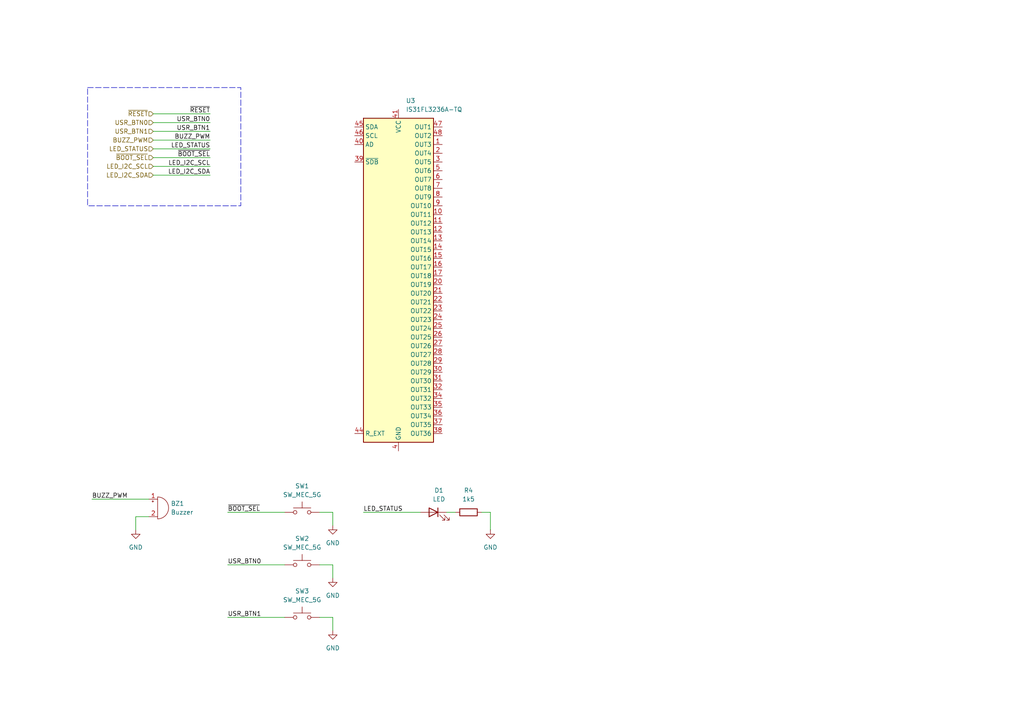
<source format=kicad_sch>
(kicad_sch (version 20250114) (generator "eeschema") (generator_version "9.0")
  (paper "A4")
  (title_block (title "BOKAKA") (date "2025-12-09") (rev "v1.0") (company "DIVA Engineering"))
  (lib_symbols
    (symbol "Device:Buzzer" (pin_names (offset 0.0254) (hide yes))
      (property "Reference" "BZ" (at 3.81 1.27 0))
      (property "Value" "Buzzer" (at 3.81 -1.27 0))
      (symbol "Buzzer_0_1"
        (polyline (pts (xy -1.651 1.905) (xy -1.143 1.905)))
        (polyline (pts (xy -1.397 2.159) (xy -1.397 1.651)))
        (arc (start 0 3.175) (mid 3.1612 0) (end 0 -3.175))
        (polyline (pts (xy 0 3.175) (xy 0 -3.175)))
      )
      (symbol "Buzzer_1_1"
        (pin passive line (at -2.54 2.54 0) (length 2.54) (name "+") (number "1"))
        (pin passive line (at -2.54 -2.54 0) (length 2.54) (name "-") (number "2"))
      )
    )
    (symbol "Device:LED" (pin_numbers (hide yes)) (pin_names (offset 1.016) (hide yes))
      (property "Reference" "D" (at 0 2.54 0))
      (property "Value" "LED" (at 0 -2.54 0))
      (symbol "LED_0_1"
        (polyline (pts (xy -3.048 -0.762) (xy -4.572 -2.286) (xy -3.81 -2.286) (xy -4.572 -2.286) (xy -4.572 -1.524)))
        (polyline (pts (xy -1.778 -0.762) (xy -3.302 -2.286) (xy -2.54 -2.286) (xy -3.302 -2.286) (xy -3.302 -1.524)))
        (polyline (pts (xy -1.27 0) (xy 1.27 0)))
        (polyline (pts (xy -1.27 -1.27) (xy -1.27 1.27)) (stroke (width 0.254)))
        (polyline (pts (xy 1.27 -1.27) (xy 1.27 1.27) (xy -1.27 0) (xy 1.27 -1.27)) (stroke (width 0.254)))
      )
      (symbol "LED_1_1"
        (pin passive line (at -3.81 0 0) (length 2.54) (name "K") (number "1"))
        (pin passive line (at 3.81 0 180) (length 2.54) (name "A") (number "2"))
      )
    )
    (symbol "Device:R" (pin_numbers (hide yes)) (pin_names (offset 0))
      (property "Reference" "R" (at 2.032 0 90))
      (property "Value" "R" (at 0 0 90))
      (symbol "R_0_1"
        (rectangle (start -1.016 -2.54) (end 1.016 2.54) (stroke (width 0.254)))
      )
      (symbol "R_1_1"
        (pin passive line (at 0 3.81 270) (length 1.27) (name "~") (number "1"))
        (pin passive line (at 0 -3.81 90) (length 1.27) (name "~") (number "2"))
      )
    )
    (symbol "Driver_LED:IS31FL3236A-TQ"
      (property "Reference" "U" (at -8.89 46.99 0))
      (property "Value" "IS31FL3236A-TQ" (at 10.16 46.99 0))
      (symbol "IS31FL3236A-TQ_0_1"
        (rectangle (start -10.16 45.72) (end 10.16 -48.26) (stroke (width 0.254)) (fill (type background)))
      )
      (symbol "IS31FL3236A-TQ_1_1"
        (pin open_collector line (at -12.7 43.18 0) (length 2.54) (name "SDA") (number "45"))
        (pin input line (at -12.7 40.64 0) (length 2.54) (name "SCL") (number "46"))
        (pin input line (at -12.7 38.1 0) (length 2.54) (name "AD") (number "40"))
        (pin input line (at -12.7 33.02 0) (length 2.54) (name "~{SDB}") (number "39"))
        (pin passive line (at -12.7 -45.72 0) (length 2.54) (name "R_EXT") (number "44"))
        (pin power_in line (at 0 48.26 270) (length 2.54) (name "VCC") (number "41"))
        (pin passive line (at 0 -50.8 90) (length 2.54) (hide yes) (name "GND") (number "18"))
        (pin passive line (at 0 -50.8 90) (length 2.54) (hide yes) (name "GND") (number "19"))
        (pin passive line (at 0 -50.8 90) (length 2.54) (hide yes) (name "GND") (number "33"))
        (pin power_in line (at 0 -50.8 90) (length 2.54) (name "GND") (number "4"))
        (pin passive line (at 0 -50.8 90) (length 2.54) (hide yes) (name "GND") (number "42"))
        (pin passive line (at 0 -50.8 90) (length 2.54) (hide yes) (name "GND") (number "43"))
        (pin passive line (at 0 -50.8 90) (length 2.54) (hide yes) (name "GND") (number "49"))
        (pin output line (at 12.7 43.18 180) (length 2.54) (name "OUT1") (number "47"))
        (pin output line (at 12.7 40.64 180) (length 2.54) (name "OUT2") (number "48"))
        (pin output line (at 12.7 38.1 180) (length 2.54) (name "OUT3") (number "1"))
        (pin output line (at 12.7 35.56 180) (length 2.54) (name "OUT4") (number "2"))
        (pin output line (at 12.7 33.02 180) (length 2.54) (name "OUT5") (number "3"))
        (pin output line (at 12.7 30.48 180) (length 2.54) (name "OUT6") (number "5"))
        (pin output line (at 12.7 27.94 180) (length 2.54) (name "OUT7") (number "6"))
        (pin output line (at 12.7 25.4 180) (length 2.54) (name "OUT8") (number "7"))
        (pin output line (at 12.7 22.86 180) (length 2.54) (name "OUT9") (number "8"))
        (pin output line (at 12.7 20.32 180) (length 2.54) (name "OUT10") (number "9"))
        (pin output line (at 12.7 17.78 180) (length 2.54) (name "OUT11") (number "10"))
        (pin output line (at 12.7 15.24 180) (length 2.54) (name "OUT12") (number "11"))
        (pin output line (at 12.7 12.7 180) (length 2.54) (name "OUT13") (number "12"))
        (pin output line (at 12.7 10.16 180) (length 2.54) (name "OUT14") (number "13"))
        (pin output line (at 12.7 7.62 180) (length 2.54) (name "OUT15") (number "14"))
        (pin output line (at 12.7 5.08 180) (length 2.54) (name "OUT16") (number "15"))
        (pin output line (at 12.7 2.54 180) (length 2.54) (name "OUT17") (number "16"))
        (pin output line (at 12.7 0 180) (length 2.54) (name "OUT18") (number "17"))
        (pin output line (at 12.7 -2.54 180) (length 2.54) (name "OUT19") (number "20"))
        (pin output line (at 12.7 -5.08 180) (length 2.54) (name "OUT20") (number "21"))
        (pin output line (at 12.7 -7.62 180) (length 2.54) (name "OUT21") (number "22"))
        (pin output line (at 12.7 -10.16 180) (length 2.54) (name "OUT22") (number "23"))
        (pin output line (at 12.7 -12.7 180) (length 2.54) (name "OUT23") (number "24"))
        (pin output line (at 12.7 -15.24 180) (length 2.54) (name "OUT24") (number "25"))
        (pin output line (at 12.7 -17.78 180) (length 2.54) (name "OUT25") (number "26"))
        (pin output line (at 12.7 -20.32 180) (length 2.54) (name "OUT26") (number "27"))
        (pin output line (at 12.7 -22.86 180) (length 2.54) (name "OUT27") (number "28"))
        (pin output line (at 12.7 -25.4 180) (length 2.54) (name "OUT28") (number "29"))
        (pin output line (at 12.7 -27.94 180) (length 2.54) (name "OUT29") (number "30"))
        (pin output line (at 12.7 -30.48 180) (length 2.54) (name "OUT30") (number "31"))
        (pin output line (at 12.7 -33.02 180) (length 2.54) (name "OUT31") (number "32"))
        (pin output line (at 12.7 -35.56 180) (length 2.54) (name "OUT32") (number "34"))
        (pin output line (at 12.7 -38.1 180) (length 2.54) (name "OUT33") (number "35"))
        (pin output line (at 12.7 -40.64 180) (length 2.54) (name "OUT34") (number "36"))
        (pin output line (at 12.7 -43.18 180) (length 2.54) (name "OUT35") (number "37"))
        (pin output line (at 12.7 -45.72 180) (length 2.54) (name "OUT36") (number "38"))
      )
    )
    (symbol "Switch:SW_MEC_5G" (pin_numbers (hide yes)) (pin_names (offset 1.016) (hide yes))
      (property "Reference" "SW" (at 1.27 2.54 0))
      (property "Value" "SW_MEC_5G" (at 0 -1.524 0))
      (symbol "SW_MEC_5G_0_1"
        (circle (center -2.032 0) (radius 0.508))
        (polyline (pts (xy 0 1.27) (xy 0 3.048)))
        (circle (center 2.032 0) (radius 0.508))
        (polyline (pts (xy 2.54 1.27) (xy -2.54 1.27)))
        (pin passive line (at -5.08 0 0) (length 2.54) (name "A") (number "1"))
        (pin passive line (at 5.08 0 180) (length 2.54) (name "B") (number "3"))
      )
      (symbol "SW_MEC_5G_1_1"
        (pin passive line (at -5.08 0 0) (length 2.54) (hide yes) (name "A") (number "2"))
        (pin passive line (at 5.08 0 180) (length 2.54) (hide yes) (name "B") (number "4"))
      )
    )
    (symbol "power:GND" (power) (pin_numbers (hide yes)) (pin_names (offset 0) (hide yes))
      (property "Value" "GND" (at 0 -3.81 0))
      (symbol "GND_0_1"
        (polyline (pts (xy 0 0) (xy 0 -1.27) (xy 1.27 -1.27) (xy 0 -2.54) (xy -1.27 -1.27) (xy 0 -1.27)))
      )
      (symbol "GND_1_1"
        (pin power_in line (at 0 0 270) (length 0) (name "~") (number "1"))
      )
    )
  )
  (rectangle (start 25.4 25.4) (end 69.85 59.69) (stroke (width 0) (type dash)))
  (wire (pts (xy 96.52 148.59) (xy 96.52 152.4)))
  (wire (pts (xy 142.24 148.59) (xy 142.24 153.67)))
  (wire (pts (xy 96.52 163.83) (xy 96.52 167.64)))
  (wire (pts (xy 44.45 35.56) (xy 60.96 35.56)))
  (wire (pts (xy 129.54 148.59) (xy 132.08 148.59)))
  (wire (pts (xy 82.55 148.59) (xy 66.04 148.59)))
  (wire (pts (xy 82.55 163.83) (xy 66.04 163.83)))
  (wire (pts (xy 96.52 179.07) (xy 96.52 182.88)))
  (wire (pts (xy 44.45 48.26) (xy 60.96 48.26)))
  (wire (pts (xy 139.7 148.59) (xy 142.24 148.59)))
  (wire (pts (xy 44.45 43.18) (xy 60.96 43.18)))
  (wire (pts (xy 39.37 153.67) (xy 39.37 149.86)))
  (wire (pts (xy 92.71 179.07) (xy 96.52 179.07)))
  (wire (pts (xy 43.18 144.78) (xy 26.67 144.78)))
  (wire (pts (xy 44.45 40.64) (xy 60.96 40.64)))
  (wire (pts (xy 44.45 38.1) (xy 60.96 38.1)))
  (wire (pts (xy 44.45 45.72) (xy 60.96 45.72)))
  (wire (pts (xy 121.92 148.59) (xy 105.41 148.59)))
  (wire (pts (xy 92.71 148.59) (xy 96.52 148.59)))
  (wire (pts (xy 82.55 179.07) (xy 66.04 179.07)))
  (wire (pts (xy 92.71 163.83) (xy 96.52 163.83)))
  (wire (pts (xy 39.37 149.86) (xy 43.18 149.86)))
  (wire (pts (xy 44.45 50.8) (xy 60.96 50.8)))
  (wire (pts (xy 44.45 33.02) (xy 60.96 33.02)))
  (label "LED_STATUS" (at 60.96 43.18 180))
  (label "USR_BTN1" (at 60.96 38.1 180))
  (label "USR_BTN0" (at 66.04 163.83 0))
  (label "~{BOOT_SEL}" (at 60.96 45.72 180))
  (label "LED_STATUS" (at 105.41 148.59 0))
  (label "LED_I2C_SCL" (at 60.96 48.26 180))
  (label "LED_I2C_SDA" (at 60.96 50.8 180))
  (label "~{RESET}" (at 60.96 33.02 180))
  (label "~{BOOT_SEL}" (at 66.04 148.59 0))
  (label "BUZZ_PWM" (at 26.67 144.78 0))
  (label "USR_BTN0" (at 60.96 35.56 180))
  (label "USR_BTN1" (at 66.04 179.07 0))
  (label "BUZZ_PWM" (at 60.96 40.64 180))
  (hierarchical_label "LED_I2C_SCL" (shape input) (at 44.45 48.26 180))
  (hierarchical_label "LED_STATUS" (shape input) (at 44.45 43.18 180))
  (hierarchical_label "LED_I2C_SDA" (shape input) (at 44.45 50.8 180))
  (hierarchical_label "USR_BTN1" (shape input) (at 44.45 38.1 180))
  (hierarchical_label "~{RESET}" (shape input) (at 44.45 33.02 180))
  (hierarchical_label "~{BOOT_SEL}" (shape input) (at 44.45 45.72 180))
  (hierarchical_label "BUZZ_PWM" (shape input) (at 44.45 40.64 180))
  (hierarchical_label "USR_BTN0" (shape input) (at 44.45 35.56 180))
  (symbol (lib_id "power:GND") (at 96.52 167.64 0) (unit 1)
    (property "Reference" "#PWR023" (effects (hide yes)))
    (property "Value" "GND" (at 96.52 172.72 0))
    (property "Description" "Power symbol creates a global label with name \"GND\" , ground" (effects (hide yes)))
  )
  (symbol (lib_id "Device:LED") (at 125.73 148.59 0) (mirror y) (unit 1)
    (property "Reference" "D1" (at 127.3175 142.24 0))
    (property "Value" "LED" (at 127.3175 144.78 0))
    (property "Description" "Light emitting diode" (effects (hide yes)))
    (property "Sim.Pins" "1=K 2=A" (effects (hide yes)))
  )
  (symbol (lib_id "power:GND") (at 96.52 152.4 0) (unit 1)
    (property "Reference" "#PWR022" (effects (hide yes)))
    (property "Value" "GND" (at 96.52 157.48 0))
    (property "Description" "Power symbol creates a global label with name \"GND\" , ground" (effects (hide yes)))
  )
  (symbol (lib_id "Switch:SW_MEC_5G") (at 87.63 179.07 0) (unit 1)
    (property "Reference" "SW3" (at 87.63 171.45 0))
    (property "Value" "SW_MEC_5G" (at 87.63 173.99 0))
    (property "Datasheet" "http://www.apem.com/int/index.php?controller=attachment&id_attachment=488" (effects (hide yes)))
    (property "Description" "MEC 5G single pole normally-open tactile switch" (effects (hide yes)))
  )
  (symbol (lib_id "power:GND") (at 142.24 153.67 0) (unit 1)
    (property "Reference" "#PWR025" (effects (hide yes)))
    (property "Value" "GND" (at 142.24 158.75 0))
    (property "Description" "Power symbol creates a global label with name \"GND\" , ground" (effects (hide yes)))
  )
  (symbol (lib_id "Driver_LED:IS31FL3236A-TQ") (at 115.57 80.01 0) (unit 1)
    (property "Reference" "U3" (at 117.7133 29.21 0) (effects (justify left)))
    (property "Value" "IS31FL3236A-TQ" (at 117.7133 31.75 0) (effects (justify left)))
    (property "Footprint" "Package_QFP:TQFP-48-1EP_7x7mm_P0.5mm_EP4.11x4.11mm" (effects (hide yes)))
    (property "Datasheet" "https://www.lumissil.com/assets/pdf/core/IS31FL3236A_DS.pdf" (effects (hide yes)))
    (property "Description" "36 LED matrix driver with 8-bit PWM, 3kHz/22kHz, eTQFP-48" (effects (hide yes)))
  )
  (symbol (lib_id "Switch:SW_MEC_5G") (at 87.63 148.59 0) (unit 1)
    (property "Reference" "SW1" (at 87.63 140.97 0))
    (property "Value" "SW_MEC_5G" (at 87.63 143.51 0))
    (property "Datasheet" "http://www.apem.com/int/index.php?controller=attachment&id_attachment=488" (effects (hide yes)))
    (property "Description" "MEC 5G single pole normally-open tactile switch" (effects (hide yes)))
  )
  (symbol (lib_id "Switch:SW_MEC_5G") (at 87.63 163.83 0) (unit 1)
    (property "Reference" "SW2" (at 87.63 156.21 0))
    (property "Value" "SW_MEC_5G" (at 87.63 158.75 0))
    (property "Datasheet" "http://www.apem.com/int/index.php?controller=attachment&id_attachment=488" (effects (hide yes)))
    (property "Description" "MEC 5G single pole normally-open tactile switch" (effects (hide yes)))
  )
  (symbol (lib_id "power:GND") (at 39.37 153.67 0) (unit 1)
    (property "Reference" "#PWR021" (effects (hide yes)))
    (property "Value" "GND" (at 39.37 158.75 0))
    (property "Description" "Power symbol creates a global label with name \"GND\" , ground" (effects (hide yes)))
  )
  (symbol (lib_id "Device:Buzzer") (at 45.72 147.32 0) (unit 1)
    (property "Reference" "BZ1" (at 49.53 146.0499 0) (effects (justify left)))
    (property "Value" "Buzzer" (at 49.53 148.5899 0) (effects (justify left)))
    (property "Description" "Buzzer, polarized" (effects (hide yes)))
  )
  (symbol (lib_id "Device:R") (at 135.89 148.59 90) (unit 1)
    (property "Reference" "R4" (at 135.89 142.24 90))
    (property "Value" "1k5" (at 135.89 144.78 90))
    (property "Description" "Resistor" (effects (hide yes)))
  )
  (symbol (lib_id "power:GND") (at 96.52 182.88 0) (unit 1)
    (property "Reference" "#PWR024" (effects (hide yes)))
    (property "Value" "GND" (at 96.52 187.96 0))
    (property "Description" "Power symbol creates a global label with name \"GND\" , ground" (effects (hide yes)))
  )
)
</source>
